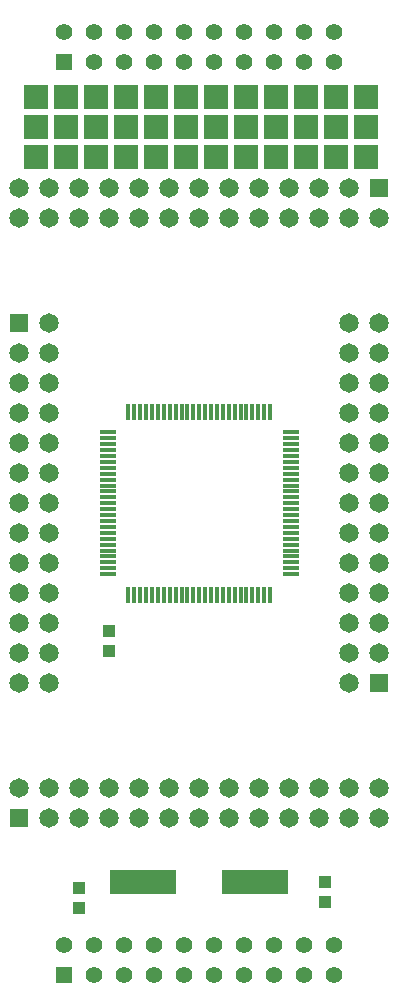
<source format=gbr>
%TF.GenerationSoftware,Altium Limited,Altium Designer,23.4.1 (23)*%
G04 Layer_Color=255*
%FSLAX45Y45*%
%MOMM*%
%TF.SameCoordinates,3C8645F9-427F-4EF9-BD5D-D69B0DC8593D*%
%TF.FilePolarity,Positive*%
%TF.FileFunction,Pads,Top*%
%TF.Part,Single*%
G01*
G75*
%TA.AperFunction,SMDPad,CuDef*%
%ADD11R,1.47500X0.30000*%
%ADD12R,0.30000X1.47500*%
%ADD13R,5.60000X2.10000*%
%ADD14R,1.00000X1.10000*%
%TA.AperFunction,ComponentPad*%
%ADD16C,1.65000*%
%ADD17R,1.65000X1.65000*%
%ADD18R,1.65000X1.65000*%
%TA.AperFunction,ViaPad*%
%ADD19R,2.00000X2.00000*%
%TA.AperFunction,ComponentPad*%
%ADD20R,1.39000X1.39000*%
%ADD21C,1.39000*%
D11*
X876200Y3900000D02*
D03*
Y3950000D02*
D03*
Y4000000D02*
D03*
Y4050000D02*
D03*
Y4100000D02*
D03*
Y4150000D02*
D03*
Y4200000D02*
D03*
Y4250000D02*
D03*
Y4300000D02*
D03*
Y4350000D02*
D03*
Y4400000D02*
D03*
Y4450000D02*
D03*
Y4500000D02*
D03*
Y4550000D02*
D03*
Y4600000D02*
D03*
Y4650000D02*
D03*
Y4700000D02*
D03*
Y4750000D02*
D03*
Y4800000D02*
D03*
Y4850000D02*
D03*
Y4900000D02*
D03*
Y4950000D02*
D03*
Y5000000D02*
D03*
Y5050000D02*
D03*
Y5100000D02*
D03*
X2423800D02*
D03*
Y5050000D02*
D03*
Y5000000D02*
D03*
Y4950000D02*
D03*
Y4900000D02*
D03*
Y4850000D02*
D03*
Y4800000D02*
D03*
Y4750000D02*
D03*
Y4700000D02*
D03*
Y4650000D02*
D03*
Y4600000D02*
D03*
Y4550000D02*
D03*
Y4500000D02*
D03*
Y4450000D02*
D03*
Y4400000D02*
D03*
Y4350000D02*
D03*
Y4300000D02*
D03*
Y4250000D02*
D03*
Y4200000D02*
D03*
Y4150000D02*
D03*
Y4100000D02*
D03*
Y4050000D02*
D03*
Y4000000D02*
D03*
Y3950000D02*
D03*
Y3900000D02*
D03*
D12*
X1050000Y5273800D02*
D03*
X1100000D02*
D03*
X1150000D02*
D03*
X1200000D02*
D03*
X1250000D02*
D03*
X1300000D02*
D03*
X1350000D02*
D03*
X1400000D02*
D03*
X1450000D02*
D03*
X1500000D02*
D03*
X1550000D02*
D03*
X1600000D02*
D03*
X1650000D02*
D03*
X1700000D02*
D03*
X1750000D02*
D03*
X1800000D02*
D03*
X1850000D02*
D03*
X1900000D02*
D03*
X1950000D02*
D03*
X2000000D02*
D03*
X2050000D02*
D03*
X2100000D02*
D03*
X2150000D02*
D03*
X2200000D02*
D03*
X2250000D02*
D03*
Y3726200D02*
D03*
X2200000D02*
D03*
X2150000D02*
D03*
X2100000D02*
D03*
X2050000D02*
D03*
X2000000D02*
D03*
X1950000D02*
D03*
X1900000D02*
D03*
X1850000D02*
D03*
X1800000D02*
D03*
X1750000D02*
D03*
X1700000D02*
D03*
X1650000D02*
D03*
X1600000D02*
D03*
X1550000D02*
D03*
X1500000D02*
D03*
X1450000D02*
D03*
X1400000D02*
D03*
X1350000D02*
D03*
X1300000D02*
D03*
X1250000D02*
D03*
X1200000D02*
D03*
X1150000D02*
D03*
X1100000D02*
D03*
X1050000D02*
D03*
D13*
X2126000Y1295400D02*
D03*
X1176000D02*
D03*
D14*
X889000Y3248750D02*
D03*
Y3418750D02*
D03*
X2714625Y1291500D02*
D03*
Y1121500D02*
D03*
X635000Y1243875D02*
D03*
Y1073875D02*
D03*
D16*
X381000Y2976000D02*
D03*
X127000D02*
D03*
X381000Y3230000D02*
D03*
X127000D02*
D03*
X381000Y3484000D02*
D03*
X127000D02*
D03*
X381000Y3738000D02*
D03*
X127000D02*
D03*
X381000Y3992000D02*
D03*
X127000D02*
D03*
X381000Y4246000D02*
D03*
X127000D02*
D03*
X381000Y4500000D02*
D03*
X127000D02*
D03*
X381000Y4754000D02*
D03*
X127000D02*
D03*
X381000Y5008000D02*
D03*
X127000D02*
D03*
X381000Y5262000D02*
D03*
X127000D02*
D03*
X381000Y5516000D02*
D03*
X127000D02*
D03*
X381000Y5770000D02*
D03*
X127000D02*
D03*
X381000Y6024000D02*
D03*
X126000Y2087000D02*
D03*
X380000Y1833000D02*
D03*
Y2087000D02*
D03*
X634000Y1833000D02*
D03*
Y2087000D02*
D03*
X888000Y1833000D02*
D03*
Y2087000D02*
D03*
X1142000Y1833000D02*
D03*
Y2087000D02*
D03*
X1396000Y1833000D02*
D03*
Y2087000D02*
D03*
X1650000Y1833000D02*
D03*
Y2087000D02*
D03*
X1904000Y1833000D02*
D03*
Y2087000D02*
D03*
X2158000Y1833000D02*
D03*
Y2087000D02*
D03*
X2412000Y1833000D02*
D03*
Y2087000D02*
D03*
X2666000Y1833000D02*
D03*
Y2087000D02*
D03*
X2920000Y1833000D02*
D03*
Y2087000D02*
D03*
X3174000Y1833000D02*
D03*
Y2087000D02*
D03*
Y6913000D02*
D03*
X2920000Y7167000D02*
D03*
Y6913000D02*
D03*
X2666000Y7167000D02*
D03*
Y6913000D02*
D03*
X2412000Y7167000D02*
D03*
Y6913000D02*
D03*
X2158000Y7167000D02*
D03*
Y6913000D02*
D03*
X1904000Y7167000D02*
D03*
Y6913000D02*
D03*
X1650000Y7167000D02*
D03*
Y6913000D02*
D03*
X1396000Y7167000D02*
D03*
Y6913000D02*
D03*
X1142000Y7167000D02*
D03*
Y6913000D02*
D03*
X888000Y7167000D02*
D03*
Y6913000D02*
D03*
X634000Y7167000D02*
D03*
Y6913000D02*
D03*
X380000Y7167000D02*
D03*
Y6913000D02*
D03*
X126000Y7167000D02*
D03*
Y6913000D02*
D03*
X2919000Y2976000D02*
D03*
X3173000Y3230000D02*
D03*
X2919000D02*
D03*
X3173000Y3484000D02*
D03*
X2919000D02*
D03*
X3173000Y3738000D02*
D03*
X2919000D02*
D03*
X3173000Y3992000D02*
D03*
X2919000D02*
D03*
X3173000Y4246000D02*
D03*
X2919000D02*
D03*
X3173000Y4500000D02*
D03*
X2919000D02*
D03*
X3173000Y4754000D02*
D03*
X2919000D02*
D03*
X3173000Y5008000D02*
D03*
X2919000D02*
D03*
X3173000Y5262000D02*
D03*
X2919000D02*
D03*
X3173000Y5516000D02*
D03*
X2919000D02*
D03*
X3173000Y5770000D02*
D03*
X2919000D02*
D03*
X3173000Y6024000D02*
D03*
X2919000D02*
D03*
D17*
X127000D02*
D03*
X3173000Y2976000D02*
D03*
D18*
X126000Y1833000D02*
D03*
X3174000Y7167000D02*
D03*
D19*
X269875Y7429500D02*
D03*
X1031875D02*
D03*
X523875D02*
D03*
X777875D02*
D03*
X1285875D02*
D03*
X2047875D02*
D03*
X1793875D02*
D03*
X1539875D02*
D03*
X3063875D02*
D03*
X2809875D02*
D03*
X2301875D02*
D03*
X2555875D02*
D03*
X2301875Y7937500D02*
D03*
Y7683500D02*
D03*
X2555875D02*
D03*
Y7937500D02*
D03*
X3063875D02*
D03*
Y7683500D02*
D03*
X2809875D02*
D03*
Y7937500D02*
D03*
X1285875D02*
D03*
Y7683500D02*
D03*
X1539875D02*
D03*
Y7937500D02*
D03*
X2047875D02*
D03*
Y7683500D02*
D03*
X1793875D02*
D03*
Y7937500D02*
D03*
X777875D02*
D03*
Y7683500D02*
D03*
X1031875D02*
D03*
Y7937500D02*
D03*
X523875D02*
D03*
Y7683500D02*
D03*
X269875D02*
D03*
Y7937500D02*
D03*
D20*
X508000Y8238000D02*
D03*
Y508000D02*
D03*
D21*
Y8492000D02*
D03*
X762000Y8238000D02*
D03*
Y8492000D02*
D03*
X1016000Y8238000D02*
D03*
Y8492000D02*
D03*
X1270000Y8238000D02*
D03*
Y8492000D02*
D03*
X1524000Y8238000D02*
D03*
Y8492000D02*
D03*
X1778000Y8238000D02*
D03*
Y8492000D02*
D03*
X2032000Y8238000D02*
D03*
Y8492000D02*
D03*
X2286000Y8238000D02*
D03*
Y8492000D02*
D03*
X2540000Y8238000D02*
D03*
Y8492000D02*
D03*
X2794000Y8238000D02*
D03*
Y8492000D02*
D03*
X508000Y762000D02*
D03*
X762000Y508000D02*
D03*
Y762000D02*
D03*
X1016000Y508000D02*
D03*
Y762000D02*
D03*
X1270000Y508000D02*
D03*
Y762000D02*
D03*
X1524000Y508000D02*
D03*
Y762000D02*
D03*
X1778000Y508000D02*
D03*
Y762000D02*
D03*
X2032000Y508000D02*
D03*
Y762000D02*
D03*
X2286000Y508000D02*
D03*
Y762000D02*
D03*
X2540000Y508000D02*
D03*
Y762000D02*
D03*
X2794000Y508000D02*
D03*
Y762000D02*
D03*
%TF.MD5,793d5c64e1d68a1d05e9645d14f0b95a*%
M02*

</source>
